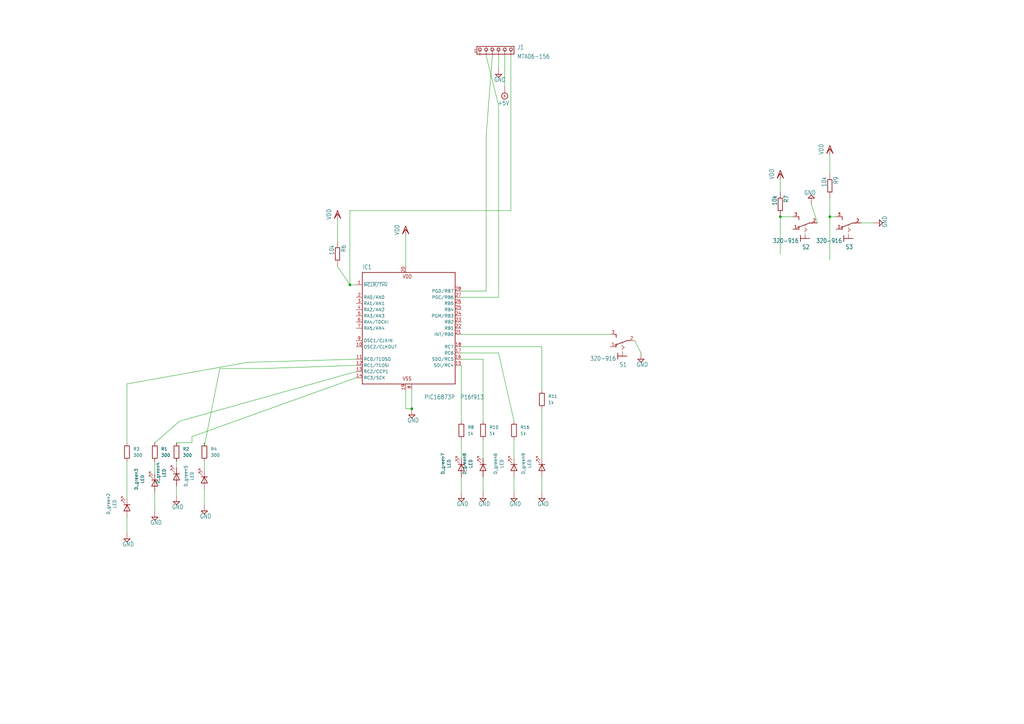
<source format=kicad_sch>
(kicad_sch (version 20250114) (generator "eeschema") (generator_version "9.0")
  (paper "A3")
  (lib_symbols
    (symbol "Device:LED" (pin_numbers (hide yes)) (pin_names (offset 1.016) (hide yes))
      (property "Reference" "D" (at 0 2.54 0))
      (property "Value" "LED" (at 0 -2.54 0))
      (symbol "LED_0_1"
        (polyline (pts (xy -3.048 -0.762) (xy -4.572 -2.286) (xy -3.81 -2.286) (xy -4.572 -2.286) (xy -4.572 -1.524)))
        (polyline (pts (xy -1.778 -0.762) (xy -3.302 -2.286) (xy -2.54 -2.286) (xy -3.302 -2.286) (xy -3.302 -1.524)))
        (polyline (pts (xy -1.27 0) (xy 1.27 0)))
        (polyline (pts (xy -1.27 -1.27) (xy -1.27 1.27)) (stroke (width 0.254)))
        (polyline (pts (xy 1.27 -1.27) (xy 1.27 1.27) (xy -1.27 0) (xy 1.27 -1.27)) (stroke (width 0.254)))
      )
      (symbol "LED_1_1"
        (pin passive line (at -3.81 0 0) (length 2.54) (name "K") (number "1"))
        (pin passive line (at 3.81 0 180) (length 2.54) (name "A") (number "2"))
      )
    )
    (symbol "Device:R" (pin_numbers (hide yes)) (pin_names (offset 0))
      (property "Reference" "R" (at 2.032 0 90))
      (property "Value" "R" (at 0 0 90))
      (symbol "R_0_1"
        (rectangle (start -1.016 -2.54) (end 1.016 2.54) (stroke (width 0.254)))
      )
      (symbol "R_1_1"
        (pin passive line (at 0 3.81 270) (length 1.27) (name "~") (number "1"))
        (pin passive line (at 0 -3.81 90) (length 1.27) (name "~") (number "2"))
      )
    )
    (symbol "schemat_regulatora-eagle-import:+5V" (power)
      (property "Value" "+5V" (at -1.905 3.175 0))
      (symbol "+5V_1_0"
        (polyline (pts (xy -0.635 1.27) (xy 0.635 1.27)) (stroke (width 0.1524)))
        (circle (center 0 1.27) (radius 1.27) (stroke (width 0.254)))
        (polyline (pts (xy 0 0.635) (xy 0 1.905)) (stroke (width 0.1524)))
        (pin power_in line (at 0 -2.54 90) (length 2.54) (name "+5V") (number "1"))
      )
    )
    (symbol "schemat_regulatora-eagle-import:320-916"
      (property "Reference" "S" (at -6.35 -1.905 90))
      (property "Value" "320-916" (at -3.81 2.54 90))
      (symbol "320-916_1_0"
        (polyline (pts (xy -5.08 1.905) (xy -3.81 1.905)) (stroke (width 0.254)))
        (polyline (pts (xy -3.81 1.905) (xy -3.81 0)) (stroke (width 0.254)))
        (polyline (pts (xy -3.81 1.905) (xy -2.54 1.905)) (stroke (width 0.254)))
        (polyline (pts (xy -3.81 0) (xy -3.81 -1.905)) (stroke (width 0.254)))
        (polyline (pts (xy -3.81 0) (xy -1.905 0)) (stroke (width 0.1524)))
        (polyline (pts (xy -1.27 0) (xy -0.762 0)) (stroke (width 0.1524)))
        (polyline (pts (xy -0.762 0) (xy -0.254 -0.762)) (stroke (width 0.1524)))
        (polyline (pts (xy -0.254 -0.762) (xy 0.254 0)) (stroke (width 0.1524)))
        (polyline (pts (xy 0 2.54) (xy 0 3.175)) (stroke (width 0.254)))
        (polyline (pts (xy 0 2.54) (xy 1.27 2.54)) (stroke (width 0.254)))
        (polyline (pts (xy 0.254 0) (xy 0.635 0)) (stroke (width 0.1524)))
        (polyline (pts (xy 1.27 0) (xy 1.905 0)) (stroke (width 0.1524)))
        (polyline (pts (xy 2.54 -1.905) (xy 0.635 3.175)) (stroke (width 0.254)))
        (polyline (pts (xy 2.54 -3.175) (xy 2.54 -1.905)) (stroke (width 0.254)))
        (polyline (pts (xy 3.81 2.54) (xy 5.08 2.54)) (stroke (width 0.254)))
        (polyline (pts (xy 5.08 2.54) (xy 5.08 3.175)) (stroke (width 0.254)))
        (pin passive line (at 0 5.08 270) (length 2.54) (name "O") (number "1"))
        (pin passive line (at 2.54 -5.08 90) (length 2.54) (name "P") (number "2"))
        (pin passive line (at 5.08 5.08 270) (length 2.54) (name "S") (number "3"))
      )
    )
    (symbol "schemat_regulatora-eagle-import:GND" (power)
      (property "Value" "GND" (at -1.905 -3.175 0))
      (symbol "GND_1_0"
        (polyline (pts (xy -1.27 0) (xy 1.27 0)) (stroke (width 0.254)))
        (polyline (pts (xy 0 -1.27) (xy -1.27 0)) (stroke (width 0.254)))
        (polyline (pts (xy 1.27 0) (xy 0 -1.27)) (stroke (width 0.254)))
        (pin power_in line (at 0 2.54 270) (length 2.54) (name "GND") (number "1"))
      )
    )
    (symbol "schemat_regulatora-eagle-import:MTA06-156"
      (property "Reference" "J" (at 15.24 0 0))
      (property "Value" "MTA06-156" (at 15.24 -3.81 0))
      (symbol "MTA06-156_1_0"
        (polyline (pts (xy -1.27 1.27) (xy -1.27 -1.905)) (stroke (width 0.254)))
        (polyline (pts (xy -1.27 1.27) (xy 13.97 1.27)) (stroke (width 0.254)))
        (circle (center 0 0) (radius 0.635) (stroke (width 0.254)))
        (circle (center 2.54 0) (radius 0.635) (stroke (width 0.254)))
        (circle (center 5.08 0) (radius 0.635) (stroke (width 0.254)))
        (circle (center 7.62 0) (radius 0.635) (stroke (width 0.254)))
        (circle (center 10.16 0) (radius 0.635) (stroke (width 0.254)))
        (circle (center 12.7 0) (radius 0.635) (stroke (width 0.254)))
        (polyline (pts (xy 13.97 -1.905) (xy -1.27 -1.905)) (stroke (width 0.254)))
        (polyline (pts (xy 13.97 -1.905) (xy 13.97 1.27)) (stroke (width 0.254)))
        (text "1" (at -2.54 -1.27 0) (effects (font (size 1.27 1.0795)) (justify left bottom)))
        (pin passive line (at 0 -2.54 90) (length 2.54) (name "1") (number "1"))
        (pin passive line (at 2.54 -2.54 90) (length 2.54) (name "2") (number "2"))
        (pin passive line (at 5.08 -2.54 90) (length 2.54) (name "3") (number "3"))
        (pin passive line (at 7.62 -2.54 90) (length 2.54) (name "4") (number "4"))
        (pin passive line (at 10.16 -2.54 90) (length 2.54) (name "5") (number "5"))
        (pin passive line (at 12.7 -2.54 90) (length 2.54) (name "6") (number "6"))
      )
    )
    (symbol "schemat_regulatora-eagle-import:PIC16873P"
      (property "Reference" "IC" (at -17.78 24.13 0))
      (property "Value" "PIC16873P" (at 7.62 -25.4 0))
      (symbol "PIC16873P_1_0"
        (polyline (pts (xy -17.78 22.86) (xy 20.32 22.86)) (stroke (width 0.254)))
        (polyline (pts (xy -17.78 -22.86) (xy -17.78 22.86)) (stroke (width 0.254)))
        (polyline (pts (xy 20.32 22.86) (xy 20.32 -22.86)) (stroke (width 0.254)))
        (polyline (pts (xy 20.32 -22.86) (xy -17.78 -22.86)) (stroke (width 0.254)))
        (text "VDD" (at -1.27 20.32 0) (effects (font (size 1.524 1.2954)) (justify left bottom)))
        (text "VSS" (at -1.27 -21.59 0) (effects (font (size 1.524 1.2954)) (justify left bottom)))
        (pin input line (at -20.32 17.78 0) (length 2.54) (name "~{MCLR/THV}") (number "1"))
        (pin bidirectional line (at -20.32 12.7 0) (length 2.54) (name "RA0/AN0") (number "2"))
        (pin bidirectional line (at -20.32 10.16 0) (length 2.54) (name "RA1/AN1") (number "3"))
        (pin bidirectional line (at -20.32 7.62 0) (length 2.54) (name "RA2/AN2") (number "4"))
        (pin bidirectional line (at -20.32 5.08 0) (length 2.54) (name "RA3/AN3") (number "5"))
        (pin bidirectional line (at -20.32 2.54 0) (length 2.54) (name "RA4/T0CKI") (number "6"))
        (pin bidirectional line (at -20.32 0 0) (length 2.54) (name "RA5/AN4") (number "7"))
        (pin input line (at -20.32 -5.08 0) (length 2.54) (name "OSC1/CLKIN") (number "9"))
        (pin output line (at -20.32 -7.62 0) (length 2.54) (name "OSC2/CLKOUT") (number "10"))
        (pin bidirectional line (at -20.32 -12.7 0) (length 2.54) (name "RC0/T1OSO") (number "11"))
        (pin bidirectional line (at -20.32 -15.24 0) (length 2.54) (name "RC1/T1OSI") (number "12"))
        (pin bidirectional line (at -20.32 -17.78 0) (length 2.54) (name "RC2/CCP1") (number "13"))
        (pin bidirectional line (at -20.32 -20.32 0) (length 2.54) (name "RC3/SCK") (number "14"))
        (pin power_in line (at 0 25.4 270) (length 2.54) (name "VDD") (number "20"))
        (pin power_in line (at 0 -25.4 90) (length 2.54) (name "VSS@1") (number "19"))
        (pin power_in line (at 2.54 -25.4 90) (length 2.54) (name "VSS") (number "8"))
        (pin bidirectional line (at 22.86 15.24 180) (length 2.54) (name "PGD/RB7") (number "28"))
        (pin bidirectional line (at 22.86 12.7 180) (length 2.54) (name "PGC/RB6") (number "27"))
        (pin bidirectional line (at 22.86 10.16 180) (length 2.54) (name "RB5") (number "26"))
        (pin bidirectional line (at 22.86 7.62 180) (length 2.54) (name "RB4") (number "25"))
        (pin bidirectional line (at 22.86 5.08 180) (length 2.54) (name "PGM/RB3") (number "24"))
        (pin bidirectional line (at 22.86 2.54 180) (length 2.54) (name "RB2") (number "23"))
        (pin bidirectional line (at 22.86 0 180) (length 2.54) (name "RB1") (number "22"))
        (pin bidirectional line (at 22.86 -2.54 180) (length 2.54) (name "INT/RB0") (number "21"))
        (pin bidirectional line (at 22.86 -7.62 180) (length 2.54) (name "RC7") (number "18"))
        (pin bidirectional line (at 22.86 -10.16 180) (length 2.54) (name "RC6") (number "17"))
        (pin bidirectional line (at 22.86 -12.7 180) (length 2.54) (name "SDO/RC5") (number "16"))
        (pin bidirectional line (at 22.86 -15.24 180) (length 2.54) (name "SDI/RC4") (number "15"))
      )
    )
    (symbol "schemat_regulatora-eagle-import:R-EU_0204/7"
      (property "Reference" "R" (at -3.81 1.4986 0))
      (property "Value" "R-EU_0204{slash}7" (at -3.81 -3.302 0))
      (symbol "R-EU_0204/7_1_0"
        (polyline (pts (xy -2.54 -0.889) (xy -2.54 0.889)) (stroke (width 0.254)))
        (polyline (pts (xy -2.54 -0.889) (xy 2.54 -0.889)) (stroke (width 0.254)))
        (polyline (pts (xy 2.54 0.889) (xy -2.54 0.889)) (stroke (width 0.254)))
        (polyline (pts (xy 2.54 -0.889) (xy 2.54 0.889)) (stroke (width 0.254)))
        (pin passive line (at -5.08 0 0) (length 2.54) (name "1") (number "1"))
        (pin passive line (at 5.08 0 180) (length 2.54) (name "2") (number "2"))
      )
    )
    (symbol "schemat_regulatora-eagle-import:VDD" (power)
      (property "Value" "VDD" (at -2.54 -2.54 90))
      (symbol "VDD_1_0"
        (polyline (pts (xy 0 1.27) (xy -1.27 -1.905)) (stroke (width 0.254)))
        (polyline (pts (xy 0 0) (xy -1.27 -1.905)) (stroke (width 0.254)))
        (polyline (pts (xy 1.27 -1.905) (xy 0 1.27)) (stroke (width 0.254)))
        (polyline (pts (xy 1.27 -1.905) (xy 0 0)) (stroke (width 0.254)))
        (pin power_in line (at 0 -2.54 90) (length 2.54) (name "VDD") (number "1"))
      )
    )
  )
  (junction (at 168.91 167.64))
  (junction (at 340.36 88.9))
  (junction (at 320.04 88.9))
  (junction (at 143.51 116.84))
  (wire (pts (xy 83.82 189.23) (xy 83.82 193.04)))
  (wire (pts (xy 210.82 201.93) (xy 210.82 195.58)))
  (wire (pts (xy 168.91 167.64) (xy 168.91 160.02)))
  (wire (pts (xy 72.39 181.61) (xy 78.74 181.61)))
  (wire (pts (xy 222.25 142.24) (xy 222.25 160.02)))
  (wire (pts (xy 189.23 172.72) (xy 189.23 149.86)))
  (wire (pts (xy 210.82 187.96) (xy 210.82 180.34)))
  (wire (pts (xy 166.37 167.64) (xy 168.91 167.64)))
  (wire (pts (xy 138.43 90.17) (xy 138.43 99.06)))
  (wire (pts (xy 78.74 181.61) (xy 78.74 179.07)))
  (wire (pts (xy 332.74 83.82) (xy 335.28 91.44)))
  (wire (pts (xy 262.89 144.78) (xy 260.35 139.7)))
  (wire (pts (xy 189.23 144.78) (xy 204.47 144.78)))
  (wire (pts (xy 320.04 104.14) (xy 320.04 88.9)))
  (wire (pts (xy 63.5 194.31) (xy 63.5 189.23)))
  (wire (pts (xy 209.55 86.36) (xy 209.55 22.86)))
  (wire (pts (xy 107.95 151.13) (xy 146.05 149.86)))
  (wire (pts (xy 166.37 96.52) (xy 166.37 109.22)))
  (wire (pts (xy 198.12 201.93) (xy 198.12 195.58)))
  (wire (pts (xy 146.05 152.4) (xy 73.66 172.72)))
  (wire (pts (xy 83.82 182.88) (xy 83.82 181.61)))
  (wire (pts (xy 189.23 137.16) (xy 250.19 137.16)))
  (wire (pts (xy 207.01 35.56) (xy 207.01 22.86)))
  (wire (pts (xy 222.25 187.96) (xy 222.25 167.64)))
  (wire (pts (xy 204.47 22.86) (xy 204.47 27.94)))
  (wire (pts (xy 204.47 43.18) (xy 204.47 121.92)))
  (wire (pts (xy 340.36 88.9) (xy 342.9 88.9)))
  (wire (pts (xy 107.95 151.13) (xy 90.17 151.13)))
  (wire (pts (xy 189.23 119.38) (xy 199.39 119.38)))
  (wire (pts (xy 83.82 207.01) (xy 83.82 200.66)))
  (wire (pts (xy 72.39 203.2) (xy 72.39 199.39)))
  (wire (pts (xy 189.23 201.93) (xy 189.23 195.58)))
  (wire (pts (xy 143.51 116.84) (xy 146.05 116.84)))
  (wire (pts (xy 189.23 187.96) (xy 189.23 180.34)))
  (wire (pts (xy 340.36 81.28) (xy 340.36 88.9)))
  (wire (pts (xy 63.5 209.55) (xy 63.5 201.93)))
  (wire (pts (xy 189.23 121.92) (xy 204.47 121.92)))
  (wire (pts (xy 90.17 151.13) (xy 83.82 182.88)))
  (wire (pts (xy 101.6 148.59) (xy 52.07 157.48)))
  (wire (pts (xy 222.25 142.24) (xy 189.23 142.24)))
  (wire (pts (xy 358.14 91.44) (xy 353.06 91.44)))
  (wire (pts (xy 199.39 55.88) (xy 199.39 119.38)))
  (wire (pts (xy 320.04 73.66) (xy 320.04 78.74)))
  (wire (pts (xy 320.04 88.9) (xy 325.12 88.9)))
  (wire (pts (xy 101.6 148.59) (xy 146.05 147.32)))
  (wire (pts (xy 199.39 22.86) (xy 204.47 43.18)))
  (wire (pts (xy 198.12 187.96) (xy 198.12 180.34)))
  (wire (pts (xy 138.43 109.22) (xy 143.51 116.84)))
  (wire (pts (xy 143.51 86.36) (xy 209.55 86.36)))
  (wire (pts (xy 340.36 106.68) (xy 340.36 88.9)))
  (wire (pts (xy 52.07 218.44) (xy 52.07 212.09)))
  (wire (pts (xy 210.82 172.72) (xy 204.47 144.78)))
  (wire (pts (xy 52.07 181.61) (xy 52.07 157.48)))
  (wire (pts (xy 143.51 116.84) (xy 143.51 86.36)))
  (wire (pts (xy 72.39 191.77) (xy 72.39 189.23)))
  (wire (pts (xy 52.07 204.47) (xy 52.07 189.23)))
  (wire (pts (xy 198.12 147.32) (xy 198.12 172.72)))
  (wire (pts (xy 340.36 63.5) (xy 340.36 71.12)))
  (wire (pts (xy 146.05 154.94) (xy 78.74 179.07)))
  (wire (pts (xy 73.66 172.72) (xy 63.5 181.61)))
  (wire (pts (xy 166.37 160.02) (xy 166.37 167.64)))
  (wire (pts (xy 189.23 147.32) (xy 198.12 147.32)))
  (wire (pts (xy 222.25 201.93) (xy 222.25 195.58)))
  (wire (pts (xy 199.39 55.88) (xy 201.93 22.86)))
  (symbol (lib_id "schemat_regulatora-eagle-import:GND") (at 168.91 170.18 0) (unit 1)
    (property "Reference" "#GND01" (effects (hide yes)))
    (property "Value" "GND" (at 167.005 173.355 0) (effects (font (size 1.778 1.5113)) (justify left bottom)))
    (property "Footprint" "schemat_regulatora:" (effects (hide yes)))
  )
  (symbol (lib_id "Device:LED") (at 210.82 191.77 270) (unit 1)
    (property "Reference" "D_green6" (at 203.2 190.1825 0))
    (property "Value" "LED" (at 205.74 190.1825 0))
  )
  (symbol (lib_id "schemat_regulatora-eagle-import:GND") (at 52.07 220.98 0) (unit 1)
    (property "Reference" "#GND02" (effects (hide yes)))
    (property "Value" "GND" (at 50.165 224.155 0) (effects (font (size 1.778 1.5113)) (justify left bottom)))
    (property "Footprint" "schemat_regulatora:" (effects (hide yes)))
  )
  (symbol (lib_id "schemat_regulatora-eagle-import:R-EU_0204/7") (at 340.36 76.2 270) (unit 1)
    (property "Reference" "R9" (at 341.8586 72.39 0) (effects (font (size 1.778 1.5113)) (justify left bottom)))
    (property "Value" "10k" (at 337.058 72.39 0) (effects (font (size 1.778 1.5113)) (justify left bottom)))
    (property "Footprint" "schemat_regulatora:0204_7" (effects (hide yes)))
  )
  (symbol (lib_id "schemat_regulatora-eagle-import:GND") (at 262.89 147.32 0) (unit 1)
    (property "Reference" "#SUPPLY02" (effects (hide yes)))
    (property "Value" "GND" (at 260.985 150.495 0) (effects (font (size 1.778 1.5113)) (justify left bottom)))
    (property "Footprint" "schemat_regulatora:" (effects (hide yes)))
  )
  (symbol (lib_id "schemat_regulatora-eagle-import:GND") (at 198.12 204.47 0) (unit 1)
    (property "Reference" "#GND011" (effects (hide yes)))
    (property "Value" "GND" (at 196.215 207.645 0) (effects (font (size 1.778 1.5113)) (justify left bottom)))
    (property "Footprint" "schemat_regulatora:" (effects (hide yes)))
  )
  (symbol (lib_id "schemat_regulatora-eagle-import:VDD") (at 320.04 71.12 0) (unit 1)
    (property "Reference" "#VDD03" (effects (hide yes)))
    (property "Value" "VDD" (at 317.5 73.66 90) (effects (font (size 1.778 1.5113)) (justify left bottom)))
    (property "Footprint" "schemat_regulatora:" (effects (hide yes)))
  )
  (symbol (lib_id "schemat_regulatora-eagle-import:320-916") (at 330.2 93.98 90) (unit 1)
    (property "Reference" "S2" (at 332.105 100.33 90) (effects (font (size 1.778 1.5113)) (justify left bottom)))
    (property "Value" "320-916" (at 327.66 97.79 90) (effects (font (size 1.778 1.5113)) (justify left bottom)))
    (property "Footprint" "schemat_regulatora:320-916" (effects (hide yes)))
  )
  (symbol (lib_id "Device:R") (at 52.07 185.42 180) (unit 1)
    (property "Reference" "R3" (at 54.61 184.1499 0) (effects (justify right)))
    (property "Value" "300" (at 54.61 186.6899 0) (effects (justify right)))
  )
  (symbol (lib_id "schemat_regulatora-eagle-import:320-916") (at 255.27 142.24 90) (unit 1)
    (property "Reference" "S1" (at 257.175 148.59 90) (effects (font (size 1.778 1.5113)) (justify left bottom)))
    (property "Value" "320-916" (at 252.73 146.05 90) (effects (font (size 1.778 1.5113)) (justify left bottom)))
    (property "Footprint" "schemat_regulatora:320-916" (effects (hide yes)))
  )
  (symbol (lib_id "Device:R") (at 72.39 185.42 180) (unit 1)
    (property "Reference" "R2" (at 74.93 184.1499 0) (effects (justify right)))
    (property "Value" "300" (at 74.93 186.6899 0) (effects (justify right)))
  )
  (symbol (lib_id "Device:LED") (at 222.25 191.77 270) (unit 1)
    (property "Reference" "D_green9" (at 214.63 190.1825 0))
    (property "Value" "LED" (at 217.17 190.1825 0))
  )
  (symbol (lib_id "schemat_regulatora-eagle-import:GND") (at 72.39 205.74 0) (unit 1)
    (property "Reference" "#GND05" (effects (hide yes)))
    (property "Value" "GND" (at 70.485 208.915 0) (effects (font (size 1.778 1.5113)) (justify left bottom)))
    (property "Footprint" "schemat_regulatora:" (effects (hide yes)))
  )
  (symbol (lib_id "Device:LED") (at 189.23 191.77 270) (unit 1)
    (property "Reference" "D_green7" (at 181.61 190.1825 0))
    (property "Value" "LED" (at 184.15 190.1825 0))
  )
  (symbol (lib_id "Device:LED") (at 83.82 196.85 270) (unit 1)
    (property "Reference" "D_green5" (at 76.2 195.2625 0))
    (property "Value" "LED" (at 78.74 195.2625 0))
  )
  (symbol (lib_id "schemat_regulatora-eagle-import:GND") (at 222.25 204.47 0) (unit 1)
    (property "Reference" "#GND012" (effects (hide yes)))
    (property "Value" "GND" (at 220.345 207.645 0) (effects (font (size 1.778 1.5113)) (justify left bottom)))
    (property "Footprint" "schemat_regulatora:" (effects (hide yes)))
  )
  (symbol (lib_id "Device:R") (at 83.82 185.42 180) (unit 1)
    (property "Reference" "R4" (at 86.36 184.1499 0) (effects (justify right)))
    (property "Value" "300" (at 86.36 186.6899 0) (effects (justify right)))
  )
  (symbol (lib_id "Device:R") (at 198.12 176.53 180) (unit 1)
    (property "Reference" "R10" (at 200.66 175.2599 0) (effects (justify right)))
    (property "Value" "1k" (at 200.66 177.7999 0) (effects (justify right)))
  )
  (symbol (lib_id "schemat_regulatora-eagle-import:GND") (at 63.5 212.09 0) (unit 1)
    (property "Reference" "#GND04" (effects (hide yes)))
    (property "Value" "GND" (at 61.595 215.265 0) (effects (font (size 1.778 1.5113)) (justify left bottom)))
    (property "Footprint" "schemat_regulatora:" (effects (hide yes)))
  )
  (symbol (lib_id "schemat_regulatora-eagle-import:320-916") (at 347.98 93.98 90) (unit 1)
    (property "Reference" "S3" (at 349.885 100.33 90) (effects (font (size 1.778 1.5113)) (justify left bottom)))
    (property "Value" "320-916" (at 345.44 97.79 90) (effects (font (size 1.778 1.5113)) (justify left bottom)))
    (property "Footprint" "schemat_regulatora:320-916" (effects (hide yes)))
  )
  (symbol (lib_id "Device:R") (at 63.5 185.42 180) (unit 1)
    (property "Reference" "R1" (at 66.04 184.1499 0) (effects (justify right)))
    (property "Value" "300" (at 66.04 186.6899 0) (effects (justify right)))
  )
  (symbol (lib_id "schemat_regulatora-eagle-import:VDD") (at 340.36 60.96 0) (unit 1)
    (property "Reference" "#VDD05" (effects (hide yes)))
    (property "Value" "VDD" (at 337.82 63.5 90) (effects (font (size 1.778 1.5113)) (justify left bottom)))
    (property "Footprint" "schemat_regulatora:" (effects (hide yes)))
  )
  (symbol (lib_id "schemat_regulatora-eagle-import:GND") (at 204.47 30.48 0) (unit 1)
    (property "Reference" "#GND03" (effects (hide yes)))
    (property "Value" "GND" (at 202.565 33.655 0) (effects (font (size 1.778 1.5113)) (justify left bottom)))
    (property "Footprint" "schemat_regulatora:" (effects (hide yes)))
  )
  (symbol (lib_id "Device:LED") (at 72.39 195.58 270) (unit 1)
    (property "Reference" "D_green4" (at 64.77 193.9925 0))
    (property "Value" "LED" (at 67.31 193.9925 0))
  )
  (symbol (lib_id "schemat_regulatora-eagle-import:GND") (at 210.82 204.47 0) (unit 1)
    (property "Reference" "#GND09" (effects (hide yes)))
    (property "Value" "GND" (at 208.915 207.645 0) (effects (font (size 1.778 1.5113)) (justify left bottom)))
    (property "Footprint" "schemat_regulatora:" (effects (hide yes)))
  )
  (symbol (lib_id "Device:LED") (at 52.07 208.28 270) (unit 1)
    (property "Reference" "D_green2" (at 44.45 206.6925 0))
    (property "Value" "LED" (at 46.99 206.6925 0))
  )
  (symbol (lib_id "Device:R") (at 222.25 163.83 0) (unit 1)
    (property "Reference" "R11" (at 224.79 162.5599 0) (effects (justify left)))
    (property "Value" "1k" (at 224.79 165.0999 0) (effects (justify left)))
  )
  (symbol (lib_id "schemat_regulatora-eagle-import:MTA06-156") (at 196.85 20.32 0) (unit 1)
    (property "Reference" "J1" (at 212.09 20.32 0) (effects (font (size 1.778 1.5113)) (justify left bottom)))
    (property "Value" "MTA06-156" (at 212.09 24.13 0) (effects (font (size 1.778 1.5113)) (justify left bottom)))
    (property "Footprint" "schemat_regulatora:1X6MTA" (effects (hide yes)))
  )
  (symbol (lib_id "schemat_regulatora-eagle-import:VDD") (at 166.37 93.98 0) (unit 1)
    (property "Reference" "#VDD04" (effects (hide yes)))
    (property "Value" "VDD" (at 163.83 96.52 90) (effects (font (size 1.778 1.5113)) (justify left bottom)))
    (property "Footprint" "schemat_regulatora:" (effects (hide yes)))
  )
  (symbol (lib_id "Device:LED") (at 63.5 198.12 270) (unit 1)
    (property "Reference" "D_green3" (at 55.88 196.5325 0))
    (property "Value" "LED" (at 58.42 196.5325 0))
  )
  (symbol (lib_id "schemat_regulatora-eagle-import:GND") (at 189.23 204.47 0) (unit 1)
    (property "Reference" "#GND010" (effects (hide yes)))
    (property "Value" "GND" (at 187.325 207.645 0) (effects (font (size 1.778 1.5113)) (justify left bottom)))
    (property "Footprint" "schemat_regulatora:" (effects (hide yes)))
  )
  (symbol (lib_id "schemat_regulatora-eagle-import:+5V") (at 207.01 38.1 180) (unit 1)
    (property "Reference" "#SUPPLY05" (effects (hide yes)))
    (property "Value" "+5V" (at 208.915 41.275 0) (effects (font (size 1.778 1.5113)) (justify left bottom)))
    (property "Footprint" "schemat_regulatora:" (effects (hide yes)))
  )
  (symbol (lib_id "schemat_regulatora-eagle-import:R-EU_0204/7") (at 320.04 83.82 270) (unit 1)
    (property "Reference" "R7" (at 321.5386 80.01 0) (effects (font (size 1.778 1.5113)) (justify left bottom)))
    (property "Value" "10k" (at 316.738 80.01 0) (effects (font (size 1.778 1.5113)) (justify left bottom)))
    (property "Footprint" "schemat_regulatora:0204_7" (effects (hide yes)))
  )
  (symbol (lib_id "Device:LED") (at 198.12 191.77 270) (unit 1)
    (property "Reference" "D_green8" (at 190.5 190.1825 0))
    (property "Value" "LED" (at 193.04 190.1825 0))
  )
  (symbol (lib_id "schemat_regulatora-eagle-import:R-EU_0204/7") (at 138.43 104.14 270) (unit 1)
    (property "Reference" "R6" (at 139.9286 100.33 0) (effects (font (size 1.778 1.5113)) (justify left bottom)))
    (property "Value" "10k" (at 135.128 100.33 0) (effects (font (size 1.778 1.5113)) (justify left bottom)))
    (property "Footprint" "schemat_regulatora:0204_7" (effects (hide yes)))
  )
  (symbol (lib_id "schemat_regulatora-eagle-import:GND") (at 360.68 91.44 90) (unit 1)
    (property "Reference" "#SUPPLY04" (effects (hide yes)))
    (property "Value" "GND" (at 363.855 93.345 0) (effects (font (size 1.778 1.5113)) (justify left bottom)))
    (property "Footprint" "schemat_regulatora:" (effects (hide yes)))
  )
  (symbol (lib_id "schemat_regulatora-eagle-import:GND") (at 83.82 209.55 0) (unit 1)
    (property "Reference" "#GND06" (effects (hide yes)))
    (property "Value" "GND" (at 81.915 212.725 0) (effects (font (size 1.778 1.5113)) (justify left bottom)))
    (property "Footprint" "schemat_regulatora:" (effects (hide yes)))
  )
  (symbol (lib_id "schemat_regulatora-eagle-import:PIC16873P") (at 166.37 134.62 0) (unit 1)
    (property "Reference" "IC1" (at 148.59 110.49 0) (effects (font (size 1.778 1.5113)) (justify left bottom)))
    (property "Value" "PIC16873P  P16f913" (at 173.99 163.83 0) (effects (font (size 1.778 1.5113)) (justify left bottom)))
    (property "Footprint" "schemat_regulatora:DIL28-3" (effects (hide yes)))
  )
  (symbol (lib_id "schemat_regulatora-eagle-import:GND") (at 332.74 81.28 180) (unit 1)
    (property "Reference" "#SUPPLY03" (effects (hide yes)))
    (property "Value" "GND" (at 334.645 78.105 0) (effects (font (size 1.778 1.5113)) (justify left bottom)))
    (property "Footprint" "schemat_regulatora:" (effects (hide yes)))
  )
  (symbol (lib_id "Device:R") (at 210.82 176.53 180) (unit 1)
    (property "Reference" "R16" (at 213.36 175.2599 0) (effects (justify right)))
    (property "Value" "1k" (at 213.36 177.7999 0) (effects (justify right)))
  )
  (symbol (lib_id "Device:R") (at 189.23 176.53 180) (unit 1)
    (property "Reference" "R8" (at 191.77 175.2599 0) (effects (justify right)))
    (property "Value" "1k" (at 191.77 177.7999 0) (effects (justify right)))
  )
  (symbol (lib_id "schemat_regulatora-eagle-import:VDD") (at 138.43 87.63 0) (unit 1)
    (property "Reference" "#VDD02" (effects (hide yes)))
    (property "Value" "VDD" (at 135.89 90.17 90) (effects (font (size 1.778 1.5113)) (justify left bottom)))
    (property "Footprint" "schemat_regulatora:" (effects (hide yes)))
  )
)
</source>
